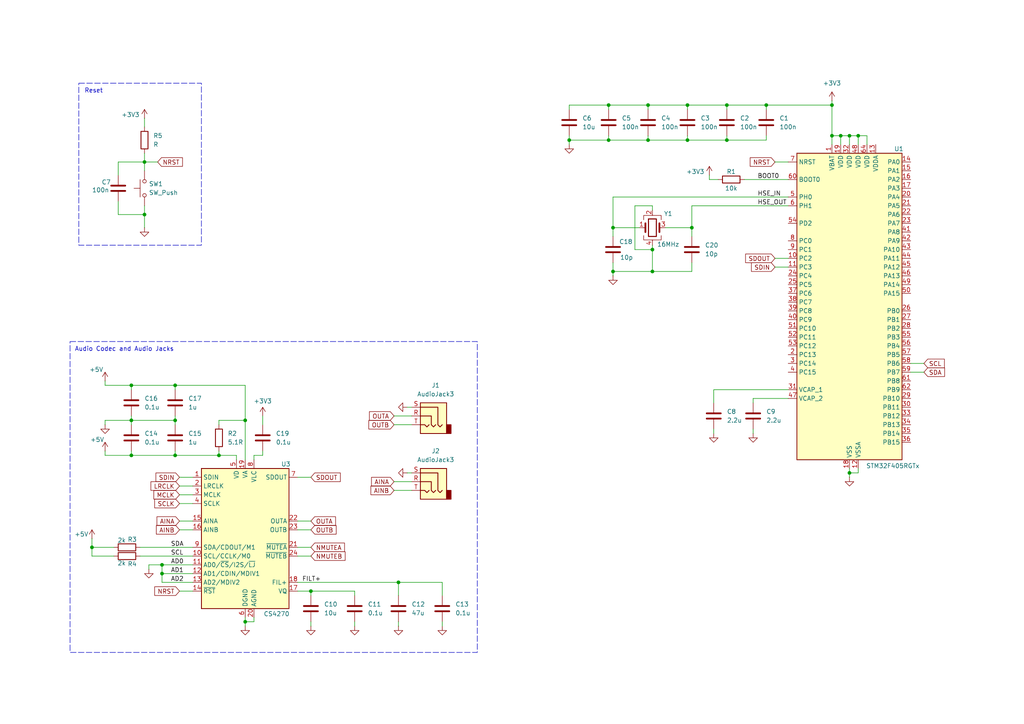
<source format=kicad_sch>
(kicad_sch (version 20231120) (generator "eeschema") (generator_version "8.0")
  (paper "A4")
  (lib_symbols
    (symbol "Audio:CS4270"
      (property "Reference" "U" (at -11.43 21.59 0))
      (property "Value" "CS4270" (at 8.89 21.59 0))
      (symbol "CS4270_0_1"
        (rectangle (start -12.7 20.32) (end 12.7 -20.32) (stroke (width 0.254)) (fill (type background)))
      )
      (symbol "CS4270_1_0"
        (pin input line (at -15.24 17.78 0) (length 2.54) (name "SDIN") (number "1"))
        (pin input line (at -15.24 -5.08 0) (length 2.54) (name "SCL/CCLK/M0") (number "10"))
        (pin input line (at -15.24 -7.62 0) (length 2.54) (name "AD0/~{CS}/I2S/~{LJ}") (number "11"))
        (pin input line (at -15.24 -10.16 0) (length 2.54) (name "AD1/CDIN/MDIV1") (number "12"))
        (pin input line (at -15.24 -12.7 0) (length 2.54) (name "AD2/MDIV2") (number "13"))
        (pin input line (at -15.24 -15.24 0) (length 2.54) (name "~{RST}") (number "14"))
        (pin input line (at -15.24 5.08 0) (length 2.54) (name "AINA") (number "15"))
        (pin input line (at -15.24 2.54 0) (length 2.54) (name "AINB") (number "16"))
        (pin passive line (at 15.24 -15.24 180) (length 2.54) (name "VQ") (number "17"))
        (pin passive line (at 15.24 -12.7 180) (length 2.54) (name "FIL+") (number "18"))
        (pin power_in line (at 0 22.86 270) (length 2.54) (name "VA") (number "19"))
        (pin bidirectional line (at -15.24 15.24 0) (length 2.54) (name "LRCLK") (number "2"))
        (pin power_in line (at 2.54 -22.86 90) (length 2.54) (name "AGND") (number "20"))
        (pin input line (at 15.24 -2.54 180) (length 2.54) (name "~{MUTEA}") (number "21"))
        (pin output line (at 15.24 5.08 180) (length 2.54) (name "OUTA") (number "22"))
        (pin output line (at 15.24 2.54 180) (length 2.54) (name "OUTB") (number "23"))
        (pin input line (at 15.24 -5.08 180) (length 2.54) (name "~{MUTEB}") (number "24"))
        (pin input line (at -15.24 12.7 0) (length 2.54) (name "MCLK") (number "3"))
        (pin bidirectional line (at -15.24 10.16 0) (length 2.54) (name "SCLK") (number "4"))
        (pin power_in line (at -2.54 22.86 270) (length 2.54) (name "VD") (number "5"))
        (pin power_in line (at 0 -22.86 90) (length 2.54) (name "DGND") (number "6"))
        (pin output line (at 15.24 17.78 180) (length 2.54) (name "SDOUT") (number "7"))
        (pin power_in line (at 2.54 22.86 270) (length 2.54) (name "VLC") (number "8"))
        (pin bidirectional line (at -15.24 -2.54 0) (length 2.54) (name "SDA/CDOUT/M1") (number "9"))
      )
    )
    (symbol "Connector_Audio:AudioJack3"
      (property "Reference" "J" (at 0 8.89 0))
      (property "Value" "AudioJack3" (at 0 6.35 0))
      (symbol "AudioJack3_0_1"
        (rectangle (start -5.08 -5.08) (end -6.35 -2.54) (stroke (width 0.254)) (fill (type outline)))
        (polyline (pts (xy 0 -2.54) (xy 0.635 -3.175) (xy 1.27 -2.54) (xy 2.54 -2.54)) (stroke (width 0.254)))
        (polyline (pts (xy -1.905 -2.54) (xy -1.27 -3.175) (xy -0.635 -2.54) (xy -0.635 0) (xy 2.54 0)) (stroke (width 0.254)))
        (polyline (pts (xy 2.54 2.54) (xy -2.54 2.54) (xy -2.54 -2.54) (xy -3.175 -3.175) (xy -3.81 -2.54)) (stroke (width 0.254)))
        (rectangle (start 2.54 3.81) (end -5.08 -5.08) (stroke (width 0.254)) (fill (type background)))
      )
      (symbol "AudioJack3_1_1"
        (pin passive line (at 5.08 0 180) (length 2.54) (name "~") (number "R"))
        (pin passive line (at 5.08 2.54 180) (length 2.54) (name "~") (number "S"))
        (pin passive line (at 5.08 -2.54 180) (length 2.54) (name "~") (number "T"))
      )
    )
    (symbol "Device:C" (pin_numbers hide) (pin_names (offset 0.254))
      (property "Reference" "C" (at 0.635 2.54 0))
      (property "Value" "C" (at 0.635 -2.54 0))
      (symbol "C_0_1"
        (polyline (pts (xy -2.032 -0.762) (xy 2.032 -0.762)) (stroke (width 0.508)))
        (polyline (pts (xy -2.032 0.762) (xy 2.032 0.762)) (stroke (width 0.508)))
      )
      (symbol "C_1_1"
        (pin passive line (at 0 3.81 270) (length 2.794) (name "~") (number "1"))
        (pin passive line (at 0 -3.81 90) (length 2.794) (name "~") (number "2"))
      )
    )
    (symbol "Device:Crystal_GND24" (pin_names (offset 1.016) hide)
      (property "Reference" "Y" (at 3.175 5.08 0))
      (property "Value" "Crystal_GND24" (at 3.175 3.175 0))
      (symbol "Crystal_GND24_0_1"
        (rectangle (start -1.143 2.54) (end 1.143 -2.54) (stroke (width 0.3048)))
        (polyline (pts (xy -2.54 0) (xy -2.032 0)))
        (polyline (pts (xy -2.032 -1.27) (xy -2.032 1.27)) (stroke (width 0.508)))
        (polyline (pts (xy 0 -3.81) (xy 0 -3.556)))
        (polyline (pts (xy 0 3.556) (xy 0 3.81)))
        (polyline (pts (xy 2.032 -1.27) (xy 2.032 1.27)) (stroke (width 0.508)))
        (polyline (pts (xy 2.032 0) (xy 2.54 0)))
        (polyline (pts (xy -2.54 -2.286) (xy -2.54 -3.556) (xy 2.54 -3.556) (xy 2.54 -2.286)))
        (polyline (pts (xy -2.54 2.286) (xy -2.54 3.556) (xy 2.54 3.556) (xy 2.54 2.286)))
      )
      (symbol "Crystal_GND24_1_1"
        (pin passive line (at -3.81 0 0) (length 1.27) (name "1") (number "1"))
        (pin passive line (at 0 5.08 270) (length 1.27) (name "2") (number "2"))
        (pin passive line (at 3.81 0 180) (length 1.27) (name "3") (number "3"))
        (pin passive line (at 0 -5.08 90) (length 1.27) (name "4") (number "4"))
      )
    )
    (symbol "Device:R" (pin_numbers hide) (pin_names (offset 0))
      (property "Reference" "R" (at 2.032 0 90))
      (property "Value" "R" (at 0 0 90))
      (symbol "R_0_1"
        (rectangle (start -1.016 -2.54) (end 1.016 2.54) (stroke (width 0.254)))
      )
      (symbol "R_1_1"
        (pin passive line (at 0 3.81 270) (length 1.27) (name "~") (number "1"))
        (pin passive line (at 0 -3.81 90) (length 1.27) (name "~") (number "2"))
      )
    )
    (symbol "MCU_ST_STM32F4:STM32F405RGTx"
      (property "Reference" "U" (at -15.24 46.99 0))
      (property "Value" "STM32F405RGTx" (at 10.16 46.99 0))
      (symbol "STM32F405RGTx_0_1"
        (rectangle (start -15.24 -43.18) (end 15.24 45.72) (stroke (width 0.254)) (fill (type background)))
      )
      (symbol "STM32F405RGTx_1_1"
        (pin power_in line (at -5.08 48.26 270) (length 2.54) (name "VBAT") (number "1"))
        (pin bidirectional line (at -17.78 15.24 0) (length 2.54) (name "PC2") (number "10"))
        (pin bidirectional line (at -17.78 12.7 0) (length 2.54) (name "PC3") (number "11"))
        (pin power_in line (at 2.54 -45.72 90) (length 2.54) (name "VSSA") (number "12"))
        (pin power_in line (at 7.62 48.26 270) (length 2.54) (name "VDDA") (number "13"))
        (pin bidirectional line (at 17.78 43.18 180) (length 2.54) (name "PA0") (number "14"))
        (pin bidirectional line (at 17.78 40.64 180) (length 2.54) (name "PA1") (number "15"))
        (pin bidirectional line (at 17.78 38.1 180) (length 2.54) (name "PA2") (number "16"))
        (pin bidirectional line (at 17.78 35.56 180) (length 2.54) (name "PA3") (number "17"))
        (pin power_in line (at 0 -45.72 90) (length 2.54) (name "VSS") (number "18"))
        (pin power_in line (at -2.54 48.26 270) (length 2.54) (name "VDD") (number "19"))
        (pin bidirectional line (at -17.78 -12.7 0) (length 2.54) (name "PC13") (number "2"))
        (pin bidirectional line (at 17.78 33.02 180) (length 2.54) (name "PA4") (number "20"))
        (pin bidirectional line (at 17.78 30.48 180) (length 2.54) (name "PA5") (number "21"))
        (pin bidirectional line (at 17.78 27.94 180) (length 2.54) (name "PA6") (number "22"))
        (pin bidirectional line (at 17.78 25.4 180) (length 2.54) (name "PA7") (number "23"))
        (pin bidirectional line (at -17.78 10.16 0) (length 2.54) (name "PC4") (number "24"))
        (pin bidirectional line (at -17.78 7.62 0) (length 2.54) (name "PC5") (number "25"))
        (pin bidirectional line (at 17.78 0 180) (length 2.54) (name "PB0") (number "26"))
        (pin bidirectional line (at 17.78 -2.54 180) (length 2.54) (name "PB1") (number "27"))
        (pin bidirectional line (at 17.78 -5.08 180) (length 2.54) (name "PB2") (number "28"))
        (pin bidirectional line (at 17.78 -25.4 180) (length 2.54) (name "PB10") (number "29"))
        (pin bidirectional line (at -17.78 -15.24 0) (length 2.54) (name "PC14") (number "3"))
        (pin bidirectional line (at 17.78 -27.94 180) (length 2.54) (name "PB11") (number "30"))
        (pin power_out line (at -17.78 -22.86 0) (length 2.54) (name "VCAP_1") (number "31"))
        (pin power_in line (at 0 48.26 270) (length 2.54) (name "VDD") (number "32"))
        (pin bidirectional line (at 17.78 -30.48 180) (length 2.54) (name "PB12") (number "33"))
        (pin bidirectional line (at 17.78 -33.02 180) (length 2.54) (name "PB13") (number "34"))
        (pin bidirectional line (at 17.78 -35.56 180) (length 2.54) (name "PB14") (number "35"))
        (pin bidirectional line (at 17.78 -38.1 180) (length 2.54) (name "PB15") (number "36"))
        (pin bidirectional line (at -17.78 5.08 0) (length 2.54) (name "PC6") (number "37"))
        (pin bidirectional line (at -17.78 2.54 0) (length 2.54) (name "PC7") (number "38"))
        (pin bidirectional line (at -17.78 0 0) (length 2.54) (name "PC8") (number "39"))
        (pin bidirectional line (at -17.78 -17.78 0) (length 2.54) (name "PC15") (number "4"))
        (pin bidirectional line (at -17.78 -2.54 0) (length 2.54) (name "PC9") (number "40"))
        (pin bidirectional line (at 17.78 22.86 180) (length 2.54) (name "PA8") (number "41"))
        (pin bidirectional line (at 17.78 20.32 180) (length 2.54) (name "PA9") (number "42"))
        (pin bidirectional line (at 17.78 17.78 180) (length 2.54) (name "PA10") (number "43"))
        (pin bidirectional line (at 17.78 15.24 180) (length 2.54) (name "PA11") (number "44"))
        (pin bidirectional line (at 17.78 12.7 180) (length 2.54) (name "PA12") (number "45"))
        (pin bidirectional line (at 17.78 10.16 180) (length 2.54) (name "PA13") (number "46"))
        (pin power_out line (at -17.78 -25.4 0) (length 2.54) (name "VCAP_2") (number "47"))
        (pin power_in line (at 2.54 48.26 270) (length 2.54) (name "VDD") (number "48"))
        (pin bidirectional line (at 17.78 7.62 180) (length 2.54) (name "PA14") (number "49"))
        (pin bidirectional line (at -17.78 33.02 0) (length 2.54) (name "PH0") (number "5"))
        (pin bidirectional line (at 17.78 5.08 180) (length 2.54) (name "PA15") (number "50"))
        (pin bidirectional line (at -17.78 -5.08 0) (length 2.54) (name "PC10") (number "51"))
        (pin bidirectional line (at -17.78 -7.62 0) (length 2.54) (name "PC11") (number "52"))
        (pin bidirectional line (at -17.78 -10.16 0) (length 2.54) (name "PC12") (number "53"))
        (pin bidirectional line (at -17.78 25.4 0) (length 2.54) (name "PD2") (number "54"))
        (pin bidirectional line (at 17.78 -7.62 180) (length 2.54) (name "PB3") (number "55"))
        (pin bidirectional line (at 17.78 -10.16 180) (length 2.54) (name "PB4") (number "56"))
        (pin bidirectional line (at 17.78 -12.7 180) (length 2.54) (name "PB5") (number "57"))
        (pin bidirectional line (at 17.78 -15.24 180) (length 2.54) (name "PB6") (number "58"))
        (pin bidirectional line (at 17.78 -17.78 180) (length 2.54) (name "PB7") (number "59"))
        (pin bidirectional line (at -17.78 30.48 0) (length 2.54) (name "PH1") (number "6"))
        (pin input line (at -17.78 38.1 0) (length 2.54) (name "BOOT0") (number "60"))
        (pin bidirectional line (at 17.78 -20.32 180) (length 2.54) (name "PB8") (number "61"))
        (pin bidirectional line (at 17.78 -22.86 180) (length 2.54) (name "PB9") (number "62"))
        (pin passive line (at 0 -45.72 90) (length 2.54) hide (name "VSS") (number "63"))
        (pin power_in line (at 5.08 48.26 270) (length 2.54) (name "VDD") (number "64"))
        (pin input line (at -17.78 43.18 0) (length 2.54) (name "NRST") (number "7"))
        (pin bidirectional line (at -17.78 20.32 0) (length 2.54) (name "PC0") (number "8"))
        (pin bidirectional line (at -17.78 17.78 0) (length 2.54) (name "PC1") (number "9"))
      )
    )
    (symbol "Switch:SW_Push" (pin_numbers hide) (pin_names (offset 1.016) hide)
      (property "Reference" "SW" (at 1.27 2.54 0))
      (property "Value" "SW_Push" (at 0 -1.524 0))
      (symbol "SW_Push_0_1"
        (circle (center -2.032 0) (radius 0.508))
        (polyline (pts (xy 0 1.27) (xy 0 3.048)))
        (polyline (pts (xy 2.54 1.27) (xy -2.54 1.27)))
        (circle (center 2.032 0) (radius 0.508))
        (pin passive line (at -5.08 0 0) (length 2.54) (name "1") (number "1"))
        (pin passive line (at 5.08 0 180) (length 2.54) (name "2") (number "2"))
      )
    )
    (symbol "power:+3V3" (power) (pin_numbers hide) (pin_names (offset 0) hide)
      (property "Value" "+3V3" (at 0 3.556 0))
      (symbol "+3V3_0_1"
        (polyline (pts (xy -0.762 1.27) (xy 0 2.54)))
        (polyline (pts (xy 0 0) (xy 0 2.54)))
        (polyline (pts (xy 0 2.54) (xy 0.762 1.27)))
      )
      (symbol "+3V3_1_1"
        (pin power_in line (at 0 0 90) (length 0) (name "~") (number "1"))
      )
    )
    (symbol "power:+5V" (power) (pin_numbers hide) (pin_names (offset 0) hide)
      (property "Value" "+5V" (at 0 3.556 0))
      (symbol "+5V_0_1"
        (polyline (pts (xy -0.762 1.27) (xy 0 2.54)))
        (polyline (pts (xy 0 0) (xy 0 2.54)))
        (polyline (pts (xy 0 2.54) (xy 0.762 1.27)))
      )
      (symbol "+5V_1_1"
        (pin power_in line (at 0 0 90) (length 0) (name "~") (number "1"))
      )
    )
    (symbol "power:GND" (power) (pin_numbers hide) (pin_names (offset 0) hide)
      (property "Value" "GND" (at 0 -3.81 0))
      (symbol "GND_0_1"
        (polyline (pts (xy 0 0) (xy 0 -1.27) (xy 1.27 -1.27) (xy 0 -2.54) (xy -1.27 -1.27) (xy 0 -1.27)))
      )
      (symbol "GND_1_1"
        (pin power_in line (at 0 0 270) (length 0) (name "~") (number "1"))
      )
    )
  )
  (junction (at 176.53 40.64))
  (junction (at 199.39 30.48))
  (junction (at 50.8 132.08))
  (junction (at 26.67 158.75))
  (junction (at 41.91 46.99))
  (junction (at 222.25 30.48))
  (junction (at 176.53 30.48))
  (junction (at 243.84 39.37))
  (junction (at 199.39 40.64))
  (junction (at 50.8 121.92))
  (junction (at 189.23 72.39))
  (junction (at 177.8 78.74))
  (junction (at 165.1 40.64))
  (junction (at 71.12 121.92))
  (junction (at 38.1 132.08))
  (junction (at 241.3 30.48))
  (junction (at 246.38 137.16))
  (junction (at 246.38 39.37))
  (junction (at 90.17 171.45))
  (junction (at 187.96 40.64))
  (junction (at 46.99 163.83))
  (junction (at 241.3 39.37))
  (junction (at 189.23 78.74))
  (junction (at 63.5 132.08))
  (junction (at 38.1 121.92))
  (junction (at 210.82 30.48))
  (junction (at 46.99 166.37))
  (junction (at 200.66 66.04))
  (junction (at 210.82 40.64))
  (junction (at 248.92 39.37))
  (junction (at 38.1 111.76))
  (junction (at 177.8 66.04))
  (junction (at 115.57 168.91))
  (junction (at 187.96 30.48))
  (junction (at 71.12 180.34))
  (junction (at 50.8 111.76))
  (junction (at 41.91 62.23))
  (wire (pts (xy 210.82 40.64) (xy 222.25 40.64)))
  (wire (pts (xy 76.2 120.65) (xy 76.2 123.19)))
  (wire (pts (xy 114.3 120.65) (xy 119.38 120.65)))
  (wire (pts (xy 189.23 72.39) (xy 189.23 78.74)))
  (wire (pts (xy 241.3 39.37) (xy 243.84 39.37)))
  (wire (pts (xy 71.12 179.07) (xy 71.12 180.34)))
  (wire (pts (xy 114.3 123.19) (xy 119.38 123.19)))
  (wire (pts (xy 187.96 40.64) (xy 199.39 40.64)))
  (wire (pts (xy 118.11 118.11) (xy 119.38 118.11)))
  (wire (pts (xy 52.07 140.97) (xy 55.88 140.97)))
  (wire (pts (xy 86.36 161.29) (xy 90.17 161.29)))
  (wire (pts (xy 43.18 163.83) (xy 46.99 163.83)))
  (wire (pts (xy 241.3 30.48) (xy 241.3 39.37)))
  (wire (pts (xy 52.07 143.51) (xy 55.88 143.51)))
  (wire (pts (xy 41.91 46.99) (xy 45.72 46.99)))
  (wire (pts (xy 115.57 180.34) (xy 115.57 181.61)))
  (wire (pts (xy 30.48 130.81) (xy 30.48 132.08)))
  (wire (pts (xy 26.67 161.29) (xy 26.67 158.75)))
  (wire (pts (xy 38.1 123.19) (xy 38.1 121.92)))
  (wire (pts (xy 241.3 39.37) (xy 241.3 41.91)))
  (wire (pts (xy 41.91 62.23) (xy 41.91 66.04)))
  (wire (pts (xy 26.67 156.21) (xy 26.67 158.75)))
  (wire (pts (xy 246.38 137.16) (xy 246.38 138.43)))
  (wire (pts (xy 222.25 40.64) (xy 222.25 39.37)))
  (wire (pts (xy 68.58 133.35) (xy 68.58 132.08)))
  (wire (pts (xy 222.25 30.48) (xy 222.25 31.75)))
  (wire (pts (xy 251.46 39.37) (xy 251.46 41.91)))
  (wire (pts (xy 218.44 124.46) (xy 218.44 125.73)))
  (wire (pts (xy 50.8 121.92) (xy 50.8 123.19)))
  (wire (pts (xy 46.99 163.83) (xy 46.99 166.37)))
  (wire (pts (xy 200.66 59.69) (xy 200.66 66.04)))
  (wire (pts (xy 30.48 132.08) (xy 38.1 132.08)))
  (wire (pts (xy 76.2 130.81) (xy 76.2 132.08)))
  (wire (pts (xy 199.39 40.64) (xy 210.82 40.64)))
  (wire (pts (xy 264.16 105.41) (xy 267.97 105.41)))
  (wire (pts (xy 86.36 153.67) (xy 90.17 153.67)))
  (wire (pts (xy 177.8 76.2) (xy 177.8 78.74)))
  (wire (pts (xy 224.79 74.93) (xy 228.6 74.93)))
  (wire (pts (xy 38.1 121.92) (xy 30.48 121.92)))
  (wire (pts (xy 176.53 40.64) (xy 176.53 39.37)))
  (wire (pts (xy 224.79 46.99) (xy 228.6 46.99)))
  (wire (pts (xy 165.1 40.64) (xy 165.1 41.91)))
  (wire (pts (xy 26.67 158.75) (xy 33.02 158.75)))
  (wire (pts (xy 243.84 39.37) (xy 243.84 41.91)))
  (wire (pts (xy 41.91 44.45) (xy 41.91 46.99)))
  (wire (pts (xy 207.01 124.46) (xy 207.01 125.73)))
  (wire (pts (xy 41.91 46.99) (xy 34.29 46.99)))
  (wire (pts (xy 38.1 120.65) (xy 38.1 121.92)))
  (wire (pts (xy 63.5 130.81) (xy 63.5 132.08)))
  (wire (pts (xy 210.82 39.37) (xy 210.82 40.64)))
  (wire (pts (xy 248.92 39.37) (xy 248.92 41.91)))
  (wire (pts (xy 200.66 59.69) (xy 228.6 59.69)))
  (wire (pts (xy 73.66 179.07) (xy 73.66 180.34)))
  (wire (pts (xy 50.8 132.08) (xy 50.8 130.81)))
  (wire (pts (xy 165.1 40.64) (xy 176.53 40.64)))
  (wire (pts (xy 187.96 30.48) (xy 187.96 31.75)))
  (wire (pts (xy 63.5 132.08) (xy 68.58 132.08)))
  (wire (pts (xy 52.07 146.05) (xy 55.88 146.05)))
  (wire (pts (xy 210.82 30.48) (xy 210.82 31.75)))
  (wire (pts (xy 200.66 78.74) (xy 189.23 78.74)))
  (wire (pts (xy 71.12 121.92) (xy 71.12 111.76)))
  (wire (pts (xy 246.38 39.37) (xy 248.92 39.37)))
  (wire (pts (xy 199.39 39.37) (xy 199.39 40.64)))
  (wire (pts (xy 86.36 168.91) (xy 115.57 168.91)))
  (wire (pts (xy 40.64 161.29) (xy 55.88 161.29)))
  (wire (pts (xy 90.17 171.45) (xy 90.17 172.72)))
  (wire (pts (xy 222.25 30.48) (xy 241.3 30.48)))
  (wire (pts (xy 200.66 68.58) (xy 200.66 66.04)))
  (wire (pts (xy 34.29 46.99) (xy 34.29 50.8)))
  (wire (pts (xy 115.57 168.91) (xy 115.57 172.72)))
  (wire (pts (xy 215.9 52.07) (xy 228.6 52.07)))
  (wire (pts (xy 63.5 132.08) (xy 50.8 132.08)))
  (wire (pts (xy 228.6 113.03) (xy 207.01 113.03)))
  (wire (pts (xy 187.96 39.37) (xy 187.96 40.64)))
  (wire (pts (xy 187.96 30.48) (xy 199.39 30.48)))
  (wire (pts (xy 90.17 180.34) (xy 90.17 181.61)))
  (wire (pts (xy 228.6 115.57) (xy 218.44 115.57)))
  (wire (pts (xy 176.53 40.64) (xy 187.96 40.64)))
  (wire (pts (xy 189.23 78.74) (xy 177.8 78.74)))
  (wire (pts (xy 43.18 163.83) (xy 43.18 165.1)))
  (wire (pts (xy 71.12 111.76) (xy 50.8 111.76)))
  (wire (pts (xy 246.38 39.37) (xy 246.38 41.91)))
  (wire (pts (xy 115.57 168.91) (xy 128.27 168.91)))
  (wire (pts (xy 38.1 132.08) (xy 50.8 132.08)))
  (wire (pts (xy 86.36 171.45) (xy 90.17 171.45)))
  (wire (pts (xy 86.36 138.43) (xy 90.17 138.43)))
  (wire (pts (xy 71.12 133.35) (xy 71.12 121.92)))
  (wire (pts (xy 30.48 111.76) (xy 30.48 110.49)))
  (wire (pts (xy 189.23 71.12) (xy 189.23 72.39)))
  (wire (pts (xy 114.3 139.7) (xy 119.38 139.7)))
  (wire (pts (xy 52.07 171.45) (xy 55.88 171.45)))
  (wire (pts (xy 52.07 138.43) (xy 55.88 138.43)))
  (wire (pts (xy 224.79 77.47) (xy 228.6 77.47)))
  (wire (pts (xy 205.74 50.8) (xy 205.74 52.07)))
  (wire (pts (xy 40.64 158.75) (xy 55.88 158.75)))
  (wire (pts (xy 34.29 62.23) (xy 41.91 62.23)))
  (wire (pts (xy 128.27 180.34) (xy 128.27 181.61)))
  (wire (pts (xy 177.8 66.04) (xy 177.8 68.58)))
  (wire (pts (xy 52.07 153.67) (xy 55.88 153.67)))
  (wire (pts (xy 34.29 58.42) (xy 34.29 62.23)))
  (wire (pts (xy 41.91 46.99) (xy 41.91 49.53)))
  (wire (pts (xy 73.66 180.34) (xy 71.12 180.34)))
  (wire (pts (xy 52.07 151.13) (xy 55.88 151.13)))
  (wire (pts (xy 86.36 151.13) (xy 90.17 151.13)))
  (wire (pts (xy 102.87 171.45) (xy 102.87 172.72)))
  (wire (pts (xy 41.91 59.69) (xy 41.91 62.23)))
  (wire (pts (xy 63.5 121.92) (xy 71.12 121.92)))
  (wire (pts (xy 241.3 29.21) (xy 241.3 30.48)))
  (wire (pts (xy 38.1 111.76) (xy 30.48 111.76)))
  (wire (pts (xy 205.74 52.07) (xy 208.28 52.07)))
  (wire (pts (xy 210.82 30.48) (xy 222.25 30.48)))
  (wire (pts (xy 218.44 115.57) (xy 218.44 116.84)))
  (wire (pts (xy 50.8 120.65) (xy 50.8 121.92)))
  (wire (pts (xy 189.23 59.69) (xy 184.15 59.69)))
  (wire (pts (xy 90.17 171.45) (xy 102.87 171.45)))
  (wire (pts (xy 41.91 34.29) (xy 41.91 36.83)))
  (wire (pts (xy 86.36 158.75) (xy 90.17 158.75)))
  (wire (pts (xy 165.1 30.48) (xy 176.53 30.48)))
  (wire (pts (xy 63.5 123.19) (xy 63.5 121.92)))
  (wire (pts (xy 55.88 166.37) (xy 46.99 166.37)))
  (wire (pts (xy 199.39 30.48) (xy 199.39 31.75)))
  (wire (pts (xy 243.84 39.37) (xy 246.38 39.37)))
  (wire (pts (xy 248.92 137.16) (xy 246.38 137.16)))
  (wire (pts (xy 184.15 59.69) (xy 184.15 72.39)))
  (wire (pts (xy 189.23 60.96) (xy 189.23 59.69)))
  (wire (pts (xy 200.66 76.2) (xy 200.66 78.74)))
  (wire (pts (xy 207.01 113.03) (xy 207.01 116.84)))
  (wire (pts (xy 33.02 161.29) (xy 26.67 161.29)))
  (wire (pts (xy 102.87 180.34) (xy 102.87 181.61)))
  (wire (pts (xy 30.48 121.92) (xy 30.48 123.19)))
  (wire (pts (xy 118.11 137.16) (xy 119.38 137.16)))
  (wire (pts (xy 264.16 107.95) (xy 267.97 107.95)))
  (wire (pts (xy 71.12 180.34) (xy 71.12 181.61)))
  (wire (pts (xy 176.53 30.48) (xy 176.53 31.75)))
  (wire (pts (xy 38.1 111.76) (xy 50.8 111.76)))
  (wire (pts (xy 76.2 132.08) (xy 73.66 132.08)))
  (wire (pts (xy 38.1 132.08) (xy 38.1 130.81)))
  (wire (pts (xy 165.1 31.75) (xy 165.1 30.48)))
  (wire (pts (xy 46.99 168.91) (xy 55.88 168.91)))
  (wire (pts (xy 177.8 78.74) (xy 177.8 80.01)))
  (wire (pts (xy 55.88 163.83) (xy 46.99 163.83)))
  (wire (pts (xy 177.8 57.15) (xy 177.8 66.04)))
  (wire (pts (xy 176.53 30.48) (xy 187.96 30.48)))
  (wire (pts (xy 38.1 111.76) (xy 38.1 113.03)))
  (wire (pts (xy 199.39 30.48) (xy 210.82 30.48)))
  (wire (pts (xy 248.92 135.89) (xy 248.92 137.16)))
  (wire (pts (xy 184.15 72.39) (xy 189.23 72.39)))
  (wire (pts (xy 177.8 66.04) (xy 185.42 66.04)))
  (wire (pts (xy 50.8 111.76) (xy 50.8 113.03)))
  (wire (pts (xy 114.3 142.24) (xy 119.38 142.24)))
  (wire (pts (xy 177.8 57.15) (xy 228.6 57.15)))
  (wire (pts (xy 38.1 121.92) (xy 50.8 121.92)))
  (wire (pts (xy 246.38 135.89) (xy 246.38 137.16)))
  (wire (pts (xy 200.66 66.04) (xy 193.04 66.04)))
  (wire (pts (xy 128.27 168.91) (xy 128.27 172.72)))
  (wire (pts (xy 165.1 39.37) (xy 165.1 40.64)))
  (wire (pts (xy 46.99 166.37) (xy 46.99 168.91)))
  (wire (pts (xy 248.92 39.37) (xy 251.46 39.37)))
  (wire (pts (xy 73.66 132.08) (xy 73.66 133.35)))
  (rectangle (start 22.86 24.13) (end 58.42 71.12) (stroke (width 0) (type dash)))
  (rectangle (start 20.32 99.06) (end 138.43 189.23) (stroke (width 0) (type dash)))
  (text "Audio Codec and Audio Jacks" (at 36.068 101.346 0) (effects (font (size 1.27 1.27))))
  (text "Reset" (at 27.178 26.416 0) (effects (font (size 1.27 1.27))))
  (label "AD0" (at 49.53 163.83 0))
  (label "BOOT0" (at 219.71 52.07 0))
  (label "HSE_IN" (at 219.71 57.15 0))
  (label "SDA" (at 49.53 158.75 0))
  (label "AD1" (at 49.53 166.37 0))
  (label "FILT+" (at 87.63 168.91 0))
  (label "SCL" (at 49.53 161.29 0))
  (label "AD2" (at 49.53 168.91 0))
  (label "HSE_OUT" (at 219.71 59.69 0))
  (global_label "OUTB" (shape input) (at 114.3 123.19 180) (property "Intersheetrefs" "${INTERSHEET_REFS}" (effects (hide yes))))
  (global_label "OUTA" (shape input) (at 114.3 120.65 180) (property "Intersheetrefs" "${INTERSHEET_REFS}" (effects (hide yes))))
  (global_label "AINB" (shape input) (at 114.3 142.24 180) (property "Intersheetrefs" "${INTERSHEET_REFS}" (effects (hide yes))))
  (global_label "SDOUT" (shape input) (at 90.17 138.43 0) (property "Intersheetrefs" "${INTERSHEET_REFS}" (effects (hide yes))))
  (global_label "AINB" (shape input) (at 52.07 153.67 180) (property "Intersheetrefs" "${INTERSHEET_REFS}" (effects (hide yes))))
  (global_label "SCL" (shape input) (at 267.97 105.41 0) (property "Intersheetrefs" "${INTERSHEET_REFS}" (effects (hide yes))))
  (global_label "OUTB" (shape input) (at 90.17 153.67 0) (property "Intersheetrefs" "${INTERSHEET_REFS}" (effects (hide yes))))
  (global_label "SDIN" (shape input) (at 52.07 138.43 180) (property "Intersheetrefs" "${INTERSHEET_REFS}" (effects (hide yes))))
  (global_label "AINA" (shape input) (at 52.07 151.13 180) (property "Intersheetrefs" "${INTERSHEET_REFS}" (effects (hide yes))))
  (global_label "NMUTEA" (shape input) (at 90.17 158.75 0) (property "Intersheetrefs" "${INTERSHEET_REFS}" (effects (hide yes))))
  (global_label "NMUTEB" (shape input) (at 90.17 161.29 0) (property "Intersheetrefs" "${INTERSHEET_REFS}" (effects (hide yes))))
  (global_label "NRST" (shape input) (at 224.79 46.99 180) (property "Intersheetrefs" "${INTERSHEET_REFS}" (effects (hide yes))))
  (global_label "SDOUT" (shape input) (at 224.79 74.93 180) (property "Intersheetrefs" "${INTERSHEET_REFS}" (effects (hide yes))))
  (global_label "MCLK" (shape input) (at 52.07 143.51 180) (property "Intersheetrefs" "${INTERSHEET_REFS}" (effects (hide yes))))
  (global_label "LRCLK" (shape input) (at 52.07 140.97 180) (property "Intersheetrefs" "${INTERSHEET_REFS}" (effects (hide yes))))
  (global_label "SDIN" (shape input) (at 224.79 77.47 180) (property "Intersheetrefs" "${INTERSHEET_REFS}" (effects (hide yes))))
  (global_label "SCLK" (shape input) (at 52.07 146.05 180) (property "Intersheetrefs" "${INTERSHEET_REFS}" (effects (hide yes))))
  (global_label "NRST" (shape input) (at 52.07 171.45 180) (property "Intersheetrefs" "${INTERSHEET_REFS}" (effects (hide yes))))
  (global_label "OUTA" (shape input) (at 90.17 151.13 0) (property "Intersheetrefs" "${INTERSHEET_REFS}" (effects (hide yes))))
  (global_label "NRST" (shape input) (at 45.72 46.99 0) (property "Intersheetrefs" "${INTERSHEET_REFS}" (effects (hide yes))))
  (global_label "AINA" (shape input) (at 114.3 139.7 180) (property "Intersheetrefs" "${INTERSHEET_REFS}" (effects (hide yes))))
  (global_label "SDA" (shape input) (at 267.97 107.95 0) (property "Intersheetrefs" "${INTERSHEET_REFS}" (effects (hide yes))))
  (symbol (lib_id "power:GND") (at 165.1 41.91 0) (unit 1)
    (property "Reference" "#PWR03" (effects (hide yes)))
    (property "Value" "GND" (effects (hide yes)))
    (property "Description" "Power symbol creates a global label with name \"GND\" , ground" (effects (hide yes)))
  )
  (symbol (lib_id "power:GND") (at 90.17 181.61 0) (unit 1)
    (property "Reference" "#PWR020" (effects (hide yes)))
    (property "Value" "GND" (effects (hide yes)))
    (property "Description" "Power symbol creates a global label with name \"GND\" , ground" (effects (hide yes)))
  )
  (symbol (lib_id "power:+3V3") (at 76.2 120.65 0) (unit 1)
    (property "Reference" "#PWR019" (effects (hide yes)))
    (property "Value" "+3V3" (at 76.2 116.332 0))
    (property "Description" "Power symbol creates a global label with name \"+3V3\"" (effects (hide yes)))
  )
  (symbol (lib_id "power:+3V3") (at 241.3 29.21 0) (unit 1)
    (property "Reference" "#PWR02" (effects (hide yes)))
    (property "Value" "+3V3" (at 241.3 24.13 0))
    (property "Description" "Power symbol creates a global label with name \"+3V3\"" (effects (hide yes)))
  )
  (symbol (lib_id "power:+3V3") (at 41.91 34.29 0) (unit 1)
    (property "Reference" "#PWR018" (effects (hide yes)))
    (property "Value" "+3V3" (at 37.846 33.274 0))
    (property "Description" "Power symbol creates a global label with name \"+3V3\"" (effects (hide yes)))
  )
  (symbol (lib_id "Device:C") (at 177.8 72.39 0) (unit 1)
    (property "Reference" "C18" (at 179.578 70.104 0) (effects (justify left)))
    (property "Value" "10p" (at 179.832 74.676 0) (effects (justify left)))
    (property "Description" "Unpolarized capacitor" (effects (hide yes)))
  )
  (symbol (lib_id "Switch:SW_Push") (at 41.91 54.61 90) (unit 1)
    (property "Reference" "SW1" (at 43.18 53.3399 90) (effects (justify right)))
    (property "Value" "SW_Push" (at 43.18 55.8799 90) (effects (justify right)))
    (property "Description" "Push button switch, generic, two pins" (effects (hide yes)))
  )
  (symbol (lib_id "Connector_Audio:AudioJack3") (at 124.46 120.65 0) (mirror y) (unit 1)
    (property "Reference" "J1" (at 126.365 111.76 0))
    (property "Value" "AudioJack3" (at 126.365 114.3 0))
    (property "Description" "Audio Jack, 3 Poles (Stereo / TRS)" (effects (hide yes)))
  )
  (symbol (lib_id "Device:C") (at 222.25 35.56 0) (unit 1)
    (property "Reference" "C1" (at 226.06 34.2899 0) (effects (justify left)))
    (property "Value" "100n" (at 226.06 36.8299 0) (effects (justify left)))
    (property "Description" "Unpolarized capacitor" (effects (hide yes)))
  )
  (symbol (lib_id "Device:C") (at 165.1 35.56 0) (unit 1)
    (property "Reference" "C6" (at 168.91 34.2899 0) (effects (justify left)))
    (property "Value" "10u" (at 168.91 36.8299 0) (effects (justify left)))
    (property "Description" "Unpolarized capacitor" (effects (hide yes)))
  )
  (symbol (lib_id "power:GND") (at 71.12 181.61 0) (unit 1)
    (property "Reference" "#PWR09" (effects (hide yes)))
    (property "Value" "GND" (effects (hide yes)))
    (property "Description" "Power symbol creates a global label with name \"GND\" , ground" (effects (hide yes)))
  )
  (symbol (lib_id "Device:R") (at 36.83 161.29 270) (unit 1)
    (property "Reference" "R4" (at 38.354 163.576 90))
    (property "Value" "2k" (at 35.306 163.322 90))
    (property "Description" "Resistor" (effects (hide yes)))
  )
  (symbol (lib_id "Device:C") (at 38.1 116.84 0) (unit 1)
    (property "Reference" "C16" (at 41.91 115.5699 0) (effects (justify left)))
    (property "Value" "0.1u" (at 41.91 118.1099 0) (effects (justify left)))
    (property "Description" "Unpolarized capacitor" (effects (hide yes)))
  )
  (symbol (lib_id "Device:C") (at 207.01 120.65 0) (unit 1)
    (property "Reference" "C8" (at 210.82 119.3799 0) (effects (justify left)))
    (property "Value" "2.2u" (at 210.82 121.9199 0) (effects (justify left)))
    (property "Description" "Unpolarized capacitor" (effects (hide yes)))
  )
  (symbol (lib_id "Device:C") (at 50.8 116.84 0) (unit 1)
    (property "Reference" "C17" (at 54.61 115.5699 0) (effects (justify left)))
    (property "Value" "1u" (at 54.61 118.1099 0) (effects (justify left)))
    (property "Description" "Unpolarized capacitor" (effects (hide yes)))
  )
  (symbol (lib_id "power:GND") (at 246.38 138.43 0) (unit 1)
    (property "Reference" "#PWR01" (effects (hide yes)))
    (property "Value" "GND" (effects (hide yes)))
    (property "Description" "Power symbol creates a global label with name \"GND\" , ground" (effects (hide yes)))
  )
  (symbol (lib_id "Device:C") (at 128.27 176.53 0) (unit 1)
    (property "Reference" "C13" (at 132.08 175.2599 0) (effects (justify left)))
    (property "Value" "0.1u" (at 132.08 177.7999 0) (effects (justify left)))
    (property "Description" "Unpolarized capacitor" (effects (hide yes)))
  )
  (symbol (lib_id "Device:C") (at 200.66 72.39 0) (unit 1)
    (property "Reference" "C20" (at 204.47 71.1199 0) (effects (justify left)))
    (property "Value" "10p" (at 204.47 73.6599 0) (effects (justify left)))
    (property "Description" "Unpolarized capacitor" (effects (hide yes)))
  )
  (symbol (lib_id "Device:R") (at 41.91 40.64 0) (unit 1)
    (property "Reference" "R5" (at 44.45 39.3699 0) (effects (justify left)))
    (property "Value" "R" (at 44.45 41.9099 0) (effects (justify left)))
    (property "Description" "Resistor" (effects (hide yes)))
  )
  (symbol (lib_id "MCU_ST_STM32F4:STM32F405RGTx") (at 246.38 90.17 0) (unit 1)
    (property "Reference" "U1" (at 259.334 43.18 0) (effects (justify left)))
    (property "Value" "STM32F405RGTx" (at 251.206 135.128 0) (effects (justify left)))
    (property "Footprint" "Package_QFP:LQFP-64_10x10mm_P0.5mm" (effects (hide yes)))
    (property "Datasheet" "https://www.st.com/resource/en/datasheet/stm32f405rg.pdf" (effects (hide yes)))
    (property "Description" "STMicroelectronics Arm Cortex-M4 MCU, 1024KB flash, 192KB RAM, 168 MHz, 1.8-3.6V, 51 GPIO, LQFP64" (effects (hide yes)))
  )
  (symbol (lib_id "Device:R") (at 36.83 158.75 270) (unit 1)
    (property "Reference" "R3" (at 38.354 156.464 90))
    (property "Value" "2k" (at 35.306 156.718 90))
    (property "Description" "Resistor" (effects (hide yes)))
  )
  (symbol (lib_id "Device:C") (at 38.1 127 0) (unit 1)
    (property "Reference" "C14" (at 41.91 125.7299 0) (effects (justify left)))
    (property "Value" "0.1u" (at 41.91 128.2699 0) (effects (justify left)))
    (property "Description" "Unpolarized capacitor" (effects (hide yes)))
  )
  (symbol (lib_id "Device:C") (at 199.39 35.56 0) (unit 1)
    (property "Reference" "C3" (at 203.2 34.2899 0) (effects (justify left)))
    (property "Value" "100n" (at 203.2 36.8299 0) (effects (justify left)))
    (property "Description" "Unpolarized capacitor" (effects (hide yes)))
  )
  (symbol (lib_id "Device:R") (at 63.5 127 0) (unit 1)
    (property "Reference" "R2" (at 66.04 125.7299 0) (effects (justify left)))
    (property "Value" "5.1R" (at 66.04 128.2699 0) (effects (justify left)))
    (property "Description" "Resistor" (effects (hide yes)))
  )
  (symbol (lib_id "power:+5V") (at 30.48 110.49 0) (unit 1)
    (property "Reference" "#PWR010" (effects (hide yes)))
    (property "Value" "+5V" (at 27.94 107.188 0))
    (property "Description" "Power symbol creates a global label with name \"+5V\"" (effects (hide yes)))
  )
  (symbol (lib_id "power:+5V") (at 30.48 130.81 0) (unit 1)
    (property "Reference" "#PWR012" (effects (hide yes)))
    (property "Value" "+5V" (at 28.194 127.508 0))
    (property "Description" "Power symbol creates a global label with name \"+5V\"" (effects (hide yes)))
  )
  (symbol (lib_id "Device:C") (at 115.57 176.53 0) (unit 1)
    (property "Reference" "C12" (at 119.38 175.2599 0) (effects (justify left)))
    (property "Value" "47u" (at 119.38 177.7999 0) (effects (justify left)))
    (property "Description" "Unpolarized capacitor" (effects (hide yes)))
  )
  (symbol (lib_id "Connector_Audio:AudioJack3") (at 124.46 139.7 0) (mirror y) (unit 1)
    (property "Reference" "J2" (at 126.365 130.81 0))
    (property "Value" "AudioJack3" (at 126.365 133.35 0))
    (property "Description" "Audio Jack, 3 Poles (Stereo / TRS)" (effects (hide yes)))
  )
  (symbol (lib_id "power:GND") (at 207.01 125.73 0) (unit 1)
    (property "Reference" "#PWR06" (effects (hide yes)))
    (property "Value" "GND" (effects (hide yes)))
    (property "Description" "Power symbol creates a global label with name \"GND\" , ground" (effects (hide yes)))
  )
  (symbol (lib_id "Device:C") (at 176.53 35.56 0) (unit 1)
    (property "Reference" "C5" (at 180.34 34.2899 0) (effects (justify left)))
    (property "Value" "100n" (at 180.34 36.8299 0) (effects (justify left)))
    (property "Description" "Unpolarized capacitor" (effects (hide yes)))
  )
  (symbol (lib_id "power:GND") (at 118.11 137.16 270) (unit 1)
    (property "Reference" "#PWR016" (effects (hide yes)))
    (property "Value" "GND" (effects (hide yes)))
    (property "Description" "Power symbol creates a global label with name \"GND\" , ground" (effects (hide yes)))
  )
  (symbol (lib_id "Device:C") (at 34.29 54.61 0) (unit 1)
    (property "Reference" "C7" (at 29.464 52.832 0) (effects (justify left)))
    (property "Value" "100n" (at 26.67 55.118 0) (effects (justify left)))
    (property "Description" "Unpolarized capacitor" (effects (hide yes)))
  )
  (symbol (lib_id "Device:C") (at 102.87 176.53 0) (unit 1)
    (property "Reference" "C11" (at 106.68 175.2599 0) (effects (justify left)))
    (property "Value" "0.1u" (at 106.68 177.7999 0) (effects (justify left)))
    (property "Description" "Unpolarized capacitor" (effects (hide yes)))
  )
  (symbol (lib_id "power:GND") (at 115.57 181.61 0) (unit 1)
    (property "Reference" "#PWR021" (effects (hide yes)))
    (property "Value" "GND" (effects (hide yes)))
    (property "Description" "Power symbol creates a global label with name \"GND\" , ground" (effects (hide yes)))
  )
  (symbol (lib_id "power:GND") (at 118.11 118.11 270) (mirror x) (unit 1)
    (property "Reference" "#PWR015" (effects (hide yes)))
    (property "Value" "GND" (effects (hide yes)))
    (property "Description" "Power symbol creates a global label with name \"GND\" , ground" (effects (hide yes)))
  )
  (symbol (lib_id "Device:C") (at 187.96 35.56 0) (unit 1)
    (property "Reference" "C4" (at 191.77 34.2899 0) (effects (justify left)))
    (property "Value" "100n" (at 191.77 36.8299 0) (effects (justify left)))
    (property "Description" "Unpolarized capacitor" (effects (hide yes)))
  )
  (symbol (lib_id "Device:C") (at 90.17 176.53 0) (unit 1)
    (property "Reference" "C10" (at 93.98 175.2599 0) (effects (justify left)))
    (property "Value" "10u" (at 93.98 177.7999 0) (effects (justify left)))
    (property "Description" "Unpolarized capacitor" (effects (hide yes)))
  )
  (symbol (lib_id "Device:R") (at 212.09 52.07 90) (unit 1)
    (property "Reference" "R1" (at 212.09 49.784 90))
    (property "Value" "10k" (at 212.09 54.61 90))
    (property "Description" "Resistor" (effects (hide yes)))
  )
  (symbol (lib_id "power:GND") (at 43.18 165.1 0) (unit 1)
    (property "Reference" "#PWR011" (effects (hide yes)))
    (property "Value" "GND" (effects (hide yes)))
    (property "Description" "Power symbol creates a global label with name \"GND\" , ground" (effects (hide yes)))
  )
  (symbol (lib_id "power:+3V3") (at 205.74 50.8 0) (unit 1)
    (property "Reference" "#PWR05" (effects (hide yes)))
    (property "Value" "+3V3" (at 201.676 49.784 0))
    (property "Description" "Power symbol creates a global label with name \"+3V3\"" (effects (hide yes)))
  )
  (symbol (lib_id "power:GND") (at 102.87 181.61 0) (unit 1)
    (property "Reference" "#PWR014" (effects (hide yes)))
    (property "Value" "GND" (effects (hide yes)))
    (property "Description" "Power symbol creates a global label with name \"GND\" , ground" (effects (hide yes)))
  )
  (symbol (lib_id "power:GND") (at 30.48 123.19 0) (unit 1)
    (property "Reference" "#PWR013" (effects (hide yes)))
    (property "Value" "GND" (effects (hide yes)))
    (property "Description" "Power symbol creates a global label with name \"GND\" , ground" (effects (hide yes)))
  )
  (symbol (lib_id "power:GND") (at 177.8 80.01 0) (unit 1)
    (property "Reference" "#PWR022" (effects (hide yes)))
    (property "Value" "GND" (effects (hide yes)))
    (property "Description" "Power symbol creates a global label with name \"GND\" , ground" (effects (hide yes)))
  )
  (symbol (lib_id "power:GND") (at 128.27 181.61 0) (unit 1)
    (property "Reference" "#PWR08" (effects (hide yes)))
    (property "Value" "GND" (effects (hide yes)))
    (property "Description" "Power symbol creates a global label with name \"GND\" , ground" (effects (hide yes)))
  )
  (symbol (lib_id "Device:C") (at 50.8 127 0) (unit 1)
    (property "Reference" "C15" (at 54.61 125.7299 0) (effects (justify left)))
    (property "Value" "1u" (at 54.61 128.2699 0) (effects (justify left)))
    (property "Description" "Unpolarized capacitor" (effects (hide yes)))
  )
  (symbol (lib_id "power:GND") (at 218.44 125.73 0) (unit 1)
    (property "Reference" "#PWR07" (effects (hide yes)))
    (property "Value" "GND" (effects (hide yes)))
    (property "Description" "Power symbol creates a global label with name \"GND\" , ground" (effects (hide yes)))
  )
  (symbol (lib_id "power:GND") (at 41.91 66.04 0) (unit 1)
    (property "Reference" "#PWR04" (effects (hide yes)))
    (property "Value" "GND" (effects (hide yes)))
    (property "Description" "Power symbol creates a global label with name \"GND\" , ground" (effects (hide yes)))
  )
  (symbol (lib_id "Device:C") (at 218.44 120.65 0) (unit 1)
    (property "Reference" "C9" (at 222.25 119.3799 0) (effects (justify left)))
    (property "Value" "2.2u" (at 222.25 121.9199 0) (effects (justify left)))
    (property "Description" "Unpolarized capacitor" (effects (hide yes)))
  )
  (symbol (lib_id "power:+5V") (at 26.67 156.21 0) (unit 1)
    (property "Reference" "#PWR017" (effects (hide yes)))
    (property "Value" "+5V" (at 23.622 154.94 0))
    (property "Description" "Power symbol creates a global label with name \"+5V\"" (effects (hide yes)))
  )
  (symbol (lib_id "Device:Crystal_GND24") (at 189.23 66.04 0) (unit 1)
    (property "Reference" "Y1" (at 193.802 61.976 0))
    (property "Value" "16MHz" (at 193.802 70.866 0))
    (property "Description" "Four pin crystal, GND on pins 2 and 4" (effects (hide yes)))
  )
  (symbol (lib_id "Device:C") (at 76.2 127 0) (unit 1)
    (property "Reference" "C19" (at 80.01 125.7299 0) (effects (justify left)))
    (property "Value" "0.1u" (at 80.01 128.2699 0) (effects (justify left)))
    (property "Description" "Unpolarized capacitor" (effects (hide yes)))
  )
  (symbol (lib_id "Audio:CS4270") (at 71.12 156.21 0) (unit 1)
    (property "Reference" "U3" (at 81.534 134.62 0) (effects (justify left)))
    (property "Value" "CS4270" (at 76.454 178.054 0) (effects (justify left)))
    (property "Footprint" "Package_SO:TSSOP-24_4.4x7.8mm_P0.65mm" (effects (hide yes)))
    (property "Datasheet" "https://statics.cirrus.com/pubs/proDatasheet/CS4270_F1.pdf" (effects (hide yes)))
    (property "Description" "24-Bit, 192-kHz Stereo Audio CODEC, TSSOP-24" (effects (hide yes)))
  )
  (symbol (lib_id "Device:C") (at 210.82 35.56 0) (unit 1)
    (property "Reference" "C2" (at 214.63 34.2899 0) (effects (justify left)))
    (property "Value" "100n" (at 214.63 36.8299 0) (effects (justify left)))
    (property "Description" "Unpolarized capacitor" (effects (hide yes)))
  )
)
</source>
